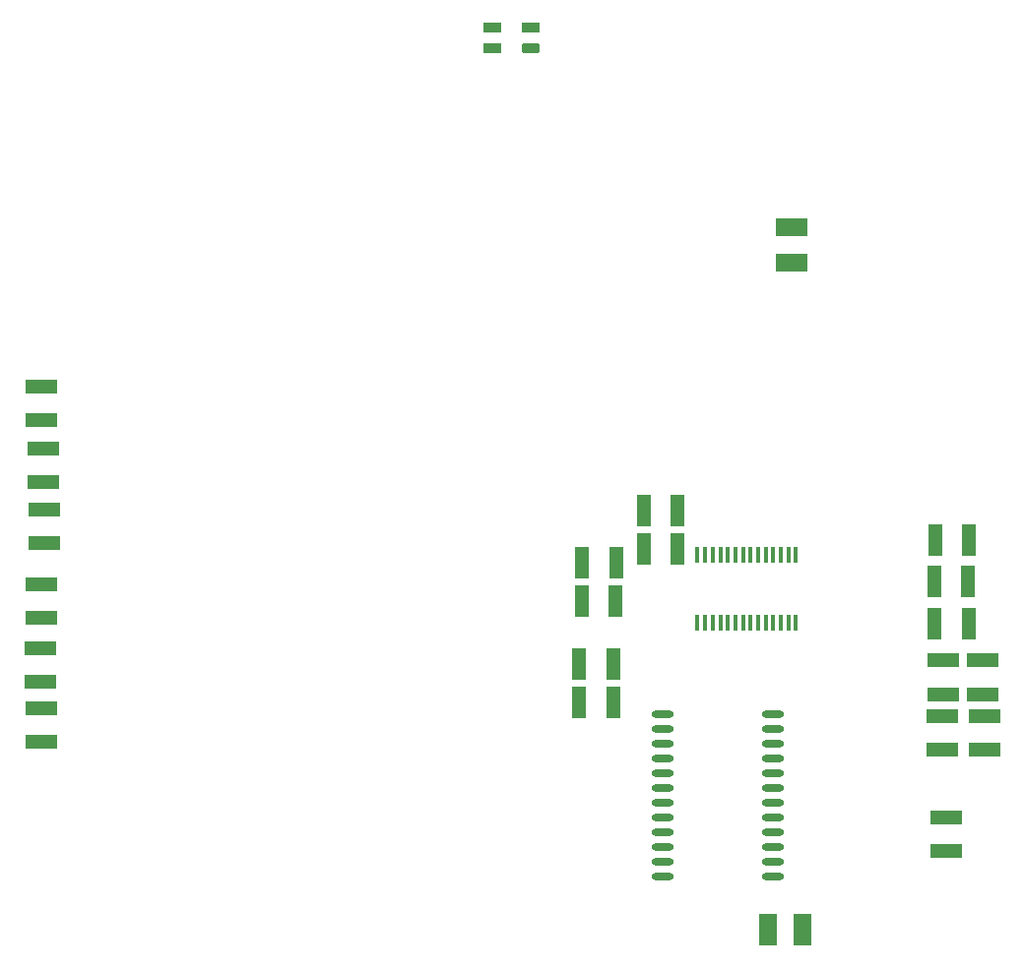
<source format=gtp>
G04 Layer_Color=7318015*
%FSLAX24Y24*%
%MOIN*%
G70*
G01*
G75*
%ADD10R,0.1102X0.0591*%
%ADD11R,0.1063X0.0472*%
%ADD12R,0.0472X0.1063*%
%ADD13R,0.0157X0.0532*%
%ADD14R,0.0591X0.1102*%
%ADD15O,0.0748X0.0236*%
G04:AMPARAMS|DCode=16|XSize=63mil|YSize=33.5mil|CornerRadius=8.4mil|HoleSize=0mil|Usage=FLASHONLY|Rotation=180.000|XOffset=0mil|YOffset=0mil|HoleType=Round|Shape=RoundedRectangle|*
%AMROUNDEDRECTD16*
21,1,0.0630,0.0167,0,0,180.0*
21,1,0.0463,0.0335,0,0,180.0*
1,1,0.0167,-0.0231,0.0084*
1,1,0.0167,0.0231,0.0084*
1,1,0.0167,0.0231,-0.0084*
1,1,0.0167,-0.0231,-0.0084*
%
%ADD16ROUNDEDRECTD16*%
%ADD17R,0.0630X0.0335*%
D10*
X33297Y34281D02*
D03*
Y35463D02*
D03*
D11*
X8000Y24779D02*
D03*
Y25921D02*
D03*
X39819Y17764D02*
D03*
Y18906D02*
D03*
X38396Y18907D02*
D03*
Y17766D02*
D03*
X39774Y20797D02*
D03*
Y19656D02*
D03*
X38425D02*
D03*
Y20797D02*
D03*
X38533Y14341D02*
D03*
Y15482D02*
D03*
X7900Y23371D02*
D03*
Y22229D02*
D03*
X7850Y21221D02*
D03*
Y20079D02*
D03*
X7900Y19171D02*
D03*
Y18029D02*
D03*
X7950Y27971D02*
D03*
Y26829D02*
D03*
X7900Y30071D02*
D03*
Y28929D02*
D03*
D12*
X28287Y25866D02*
D03*
X29429D02*
D03*
Y24557D02*
D03*
X28287D02*
D03*
X26181Y22805D02*
D03*
X27323D02*
D03*
X27343Y24114D02*
D03*
X26201D02*
D03*
X27244Y19360D02*
D03*
X26102D02*
D03*
X26102Y20679D02*
D03*
X27244D02*
D03*
X38130Y23474D02*
D03*
X39272D02*
D03*
X39291Y24862D02*
D03*
X38150D02*
D03*
X39281Y22047D02*
D03*
X38140D02*
D03*
D13*
X30108Y22077D02*
D03*
X30364D02*
D03*
X30620D02*
D03*
X30876D02*
D03*
X31132D02*
D03*
X31388D02*
D03*
X31644D02*
D03*
X31900D02*
D03*
X32156D02*
D03*
X32411D02*
D03*
X32667D02*
D03*
X32923D02*
D03*
X33179D02*
D03*
X33435D02*
D03*
X30108Y24380D02*
D03*
X30364D02*
D03*
X30620D02*
D03*
X30876D02*
D03*
X31132D02*
D03*
X31388D02*
D03*
X31644D02*
D03*
X31900D02*
D03*
X32156D02*
D03*
X32411D02*
D03*
X32667D02*
D03*
X32923D02*
D03*
X33179D02*
D03*
X33435D02*
D03*
D14*
X33661Y11673D02*
D03*
X32480D02*
D03*
D15*
X28917Y18970D02*
D03*
Y18470D02*
D03*
Y17970D02*
D03*
Y17470D02*
D03*
Y16970D02*
D03*
Y16470D02*
D03*
Y15970D02*
D03*
Y15470D02*
D03*
Y14970D02*
D03*
Y14470D02*
D03*
Y13970D02*
D03*
Y13470D02*
D03*
X32657Y18970D02*
D03*
Y18470D02*
D03*
Y17970D02*
D03*
Y17470D02*
D03*
Y16970D02*
D03*
Y16470D02*
D03*
Y15970D02*
D03*
Y15470D02*
D03*
Y14970D02*
D03*
Y14470D02*
D03*
Y13970D02*
D03*
Y13470D02*
D03*
D16*
X24450Y41556D02*
D03*
D17*
Y42244D02*
D03*
X23150D02*
D03*
Y41556D02*
D03*
M02*

</source>
